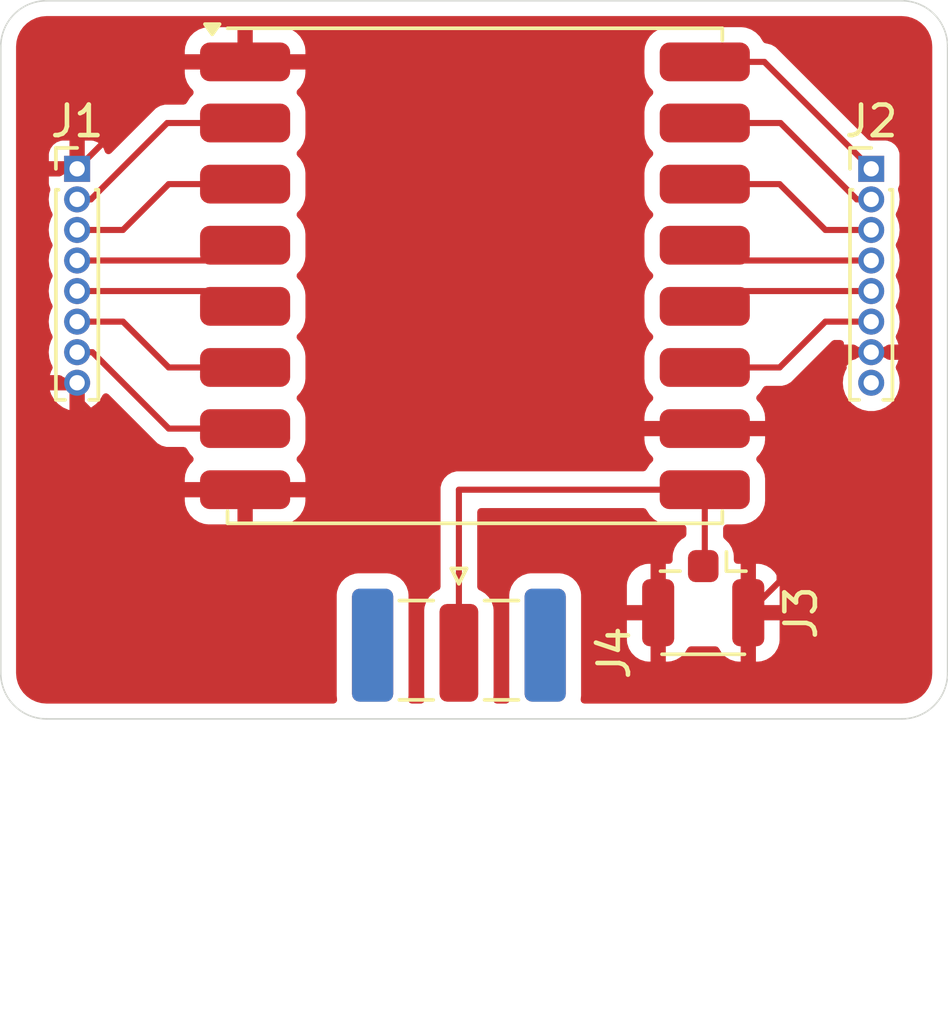
<source format=kicad_pcb>
(kicad_pcb (version 20240108) (generator "pcbnew") (generator_version "8.0")
  (layers (0 "F.Cu" signal) (31 "B.Cu" signal) (34 "B.Paste" user) (35 "F.Paste" user) (36 "B.SilkS" user "B.Silkscreen") (37 "F.SilkS" user "F.Silkscreen") (38 "B.Mask" user) (39 "F.Mask" user) (44 "Edge.Cuts" user))
  (net 0 "")
  (net 1 "GND")
  (net 2 "/NSS")
  (net 3 "/RESET")
  (net 4 "/MOSI")
  (net 5 "/MISO")
  (net 6 "/DIO5")
  (net 7 "/SCK")
  (net 8 "/DIO2")
  (net 9 "/DIO1")
  (net 10 "/ANT")
  (net 11 "/3.3V")
  (net 12 "/DIO0")
  (net 13 "/DIO3")
  (net 14 "/DIO4")
  (net 15 "/SIG")
  (footprint "Connector_Coaxial:SMA_Samtec_SMA-J-P-H-ST-EM1_EdgeMount" (layer "F.Cu") (at 99.5 102.3375 -90)
    (property "Reference" "J4" (at 0 -5.08 90) (layer "F.SilkS"))
    (property "Value" "SMA-J-P-H-ST-EM1" (hide yes))
    (fp_line (start -1.71 1.95) (end -1.71 0.84) (stroke (width 0.12)) (layer "F.SilkS"))
    (fp_line (start 1.54 1.95) (end 1.54 0.84) (stroke (width 0.12)) (layer "F.SilkS"))
    (fp_line (start -2.76 0.25) (end -2.26 0) (stroke (width 0.12)) (layer "F.SilkS"))
    (fp_line (start -2.26 0) (end -2.76 -0.25) (stroke (width 0.12)) (layer "F.SilkS"))
    (fp_line (start -2.76 -0.25) (end -2.76 0.25) (stroke (width 0.12)) (layer "F.SilkS"))
    (fp_line (start -1.71 -0.84) (end -1.71 -1.95) (stroke (width 0.12)) (layer "F.SilkS"))
    (fp_line (start 1.54 -0.84) (end 1.54 -1.95) (stroke (width 0.12)) (layer "F.SilkS"))
    (pad "1" smd roundrect (at 0 0) (size 1.27 3.2) (layers "F.Cu" "F.Mask") (roundrect_rratio 0.1968503937) (net 15 "/SIG"))
    (pad "2" smd roundrect (at -0.25 -2.825) (size 1.35 3.7) (layers "F.Cu" "F.Mask") (roundrect_rratio 0.1851851852))
    (pad "2" smd roundrect (at -0.25 -2.825) (size 1.35 3.7) (layers "B.Cu" "B.Mask") (roundrect_rratio 0.1851851852))
    (pad "2" smd roundrect (at -0.25 2.825) (size 1.35 3.7) (layers "F.Cu" "F.Mask") (roundrect_rratio 0.1851851852))
    (pad "2" smd roundrect (at -0.25 2.825) (size 1.35 3.7) (layers "B.Cu" "B.Mask") (roundrect_rratio 0.1851851852))
  )
  (footprint "RF_Module:HOPERF_RFM9XW_SMD" (layer "F.Cu") (at 100.025 90)
    (property "Reference" "U1" (hide yes))
    (property "Value" "RFM95W-915S2")
    (fp_line (start -8.1 -8.1) (end 8.1 -8.1) (stroke (width 0.12)) (layer "F.SilkS"))
    (fp_line (start -8.1 7.7) (end -8.1 8.1) (stroke (width 0.12)) (layer "F.SilkS"))
    (fp_line (start -8.1 8.1) (end 8.1 8.1) (stroke (width 0.12)) (layer "F.SilkS"))
    (fp_line (start 8.1 -8.1) (end 8.1 -7.7) (stroke (width 0.12)) (layer "F.SilkS"))
    (fp_line (start 8.1 8.1) (end 8.1 7.7) (stroke (width 0.12)) (layer "F.SilkS"))
    (fp_poly (pts (xy -8.6 -7.9) (xy -8.84 -8.236) (xy -8.36 -8.236) (xy -8.6 -7.9)) (stroke (width 0.12)) (fill solid) (layer "F.SilkS"))
    (pad "1" smd roundrect (at -7.525 -7) (size 2.95 1.27) (layers "F.Cu" "F.Paste" "F.Mask") (net 1 "GND"))
    (pad "2" smd roundrect (at -7.525 -5) (size 2.95 1.27) (layers "F.Cu" "F.Paste" "F.Mask") (net 5 "/MISO"))
    (pad "3" smd roundrect (at -7.525 -3) (size 2.95 1.27) (layers "F.Cu" "F.Paste" "F.Mask") (net 4 "/MOSI"))
    (pad "4" smd roundrect (at -7.525 -1) (size 2.95 1.27) (layers "F.Cu" "F.Paste" "F.Mask") (net 7 "/SCK"))
    (pad "5" smd roundrect (at -7.525 1) (size 2.95 1.27) (layers "F.Cu" "F.Paste" "F.Mask") (net 2 "/NSS"))
    (pad "6" smd roundrect (at -7.525 3) (size 2.95 1.27) (layers "F.Cu" "F.Paste" "F.Mask") (net 3 "/RESET"))
    (pad "7" smd roundrect (at -7.525 5) (size 2.95 1.27) (layers "F.Cu" "F.Paste" "F.Mask") (net 6 "/DIO5"))
    (pad "8" smd roundrect (at -7.525 7) (size 2.95 1.27) (layers "F.Cu" "F.Paste" "F.Mask") (net 1 "GND"))
    (pad "9" smd roundrect (at 7.525 7) (size 2.95 1.27) (layers "F.Cu" "F.Paste" "F.Mask") (net 15 "/SIG"))
    (pad "10" smd roundrect (at 7.525 5) (size 2.95 1.27) (layers "F.Cu" "F.Paste" "F.Mask") (net 1 "GND"))
    (pad "11" smd roundrect (at 7.525 3) (size 2.95 1.27) (layers "F.Cu" "F.Paste" "F.Mask") (net 13 "/DIO3"))
    (pad "12" smd roundrect (at 7.525 1) (size 2.95 1.27) (layers "F.Cu" "F.Paste" "F.Mask") (net 14 "/DIO4"))
    (pad "13" smd roundrect (at 7.525 -1) (size 2.95 1.27) (layers "F.Cu" "F.Paste" "F.Mask") (net 11 "/3.3V"))
    (pad "14" smd roundrect (at 7.525 -3) (size 2.95 1.27) (layers "F.Cu" "F.Paste" "F.Mask") (net 12 "/DIO0"))
    (pad "15" smd roundrect (at 7.525 -5) (size 2.95 1.27) (layers "F.Cu" "F.Paste" "F.Mask") (net 9 "/DIO1"))
    (pad "16" smd roundrect (at 7.525 -7) (size 2.95 1.27) (layers "F.Cu" "F.Paste" "F.Mask") (net 8 "/DIO2"))
  )
  (footprint "Connector_PinHeader_1.00mm:PinHeader_1x08_P1.00mm_Vertical" (layer "F.Cu") (at 113 86.5)
    (property "Reference" "J2" (at 0 -1.56 0) (layer "F.SilkS"))
    (property "Value" "Conn_01x08_Pin" (hide yes))
    (fp_line (start -0.695 -0.685) (end 0 -0.685) (stroke (width 0.12)) (layer "F.SilkS"))
    (fp_line (start -0.695 0) (end -0.695 -0.685) (stroke (width 0.12)) (layer "F.SilkS"))
    (fp_line (start -0.695 0.685) (end -0.695 7.56) (stroke (width 0.12)) (layer "F.SilkS"))
    (fp_line (start -0.695 0.685) (end -0.608276 0.685) (stroke (width 0.12)) (layer "F.SilkS"))
    (fp_line (start -0.695 7.56) (end -0.394493 7.56) (stroke (width 0.12)) (layer "F.SilkS"))
    (fp_line (start 0.394493 7.56) (end 0.695 7.56) (stroke (width 0.12)) (layer "F.SilkS"))
    (fp_line (start 0.608276 0.685) (end 0.695 0.685) (stroke (width 0.12)) (layer "F.SilkS"))
    (fp_line (start 0.695 0.685) (end 0.695 7.56) (stroke (width 0.12)) (layer "F.SilkS"))
    (pad "1" thru_hole rect (at 0 0) (size 0.85 0.85) (drill 0.5) (layers "*.Cu" "*.Mask") (net 8 "/DIO2"))
    (pad "2" thru_hole oval (at 0 1) (size 0.85 0.85) (drill 0.5) (layers "*.Cu" "*.Mask") (net 9 "/DIO1"))
    (pad "3" thru_hole oval (at 0 2) (size 0.85 0.85) (drill 0.5) (layers "*.Cu" "*.Mask") (net 12 "/DIO0"))
    (pad "4" thru_hole oval (at 0 3) (size 0.85 0.85) (drill 0.5) (layers "*.Cu" "*.Mask") (net 11 "/3.3V"))
    (pad "5" thru_hole oval (at 0 4) (size 0.85 0.85) (drill 0.5) (layers "*.Cu" "*.Mask") (net 14 "/DIO4"))
    (pad "6" thru_hole oval (at 0 5) (size 0.85 0.85) (drill 0.5) (layers "*.Cu" "*.Mask") (net 13 "/DIO3"))
    (pad "7" thru_hole oval (at 0 6) (size 0.85 0.85) (drill 0.5) (layers "*.Cu" "*.Mask") (net 1 "GND"))
    (pad "8" thru_hole oval (at 0 7) (size 0.85 0.85) (drill 0.5) (layers "*.Cu" "*.Mask") (net 10 "/ANT"))
  )
  (footprint "Connector_Coaxial:U.FL_Hirose_U.FL-R-SMT-1_Vertical" (layer "F.Cu") (at 107.5 100.55 -90)
    (property "Reference" "J3" (at 0.475 -3.2 90) (layer "F.SilkS"))
    (property "Value" "U.FL-R-SMT_01_" (hide yes))
    (fp_line (start -0.885 1.4) (end -0.885 0.76) (stroke (width 0.12)) (layer "F.SilkS"))
    (fp_line (start -0.885 -0.76) (end -1.515 -0.76) (stroke (width 0.12)) (layer "F.SilkS"))
    (fp_line (start 1.835 -1.35) (end 1.835 1.35) (stroke (width 0.12)) (layer "F.SilkS"))
    (fp_line (start -0.885 -1.4) (end -0.885 -0.76) (stroke (width 0.12)) (layer "F.SilkS"))
    (pad "1" smd roundrect (at -1.05 0 270) (size 1.05 1) (layers "F.Cu" "F.Paste" "F.Mask") (net 15 "/SIG"))
    (pad "2" smd roundrect (at 0.475 -1.475 270) (size 2.2 1.05) (layers "F.Cu" "F.Paste" "F.Mask") (roundrect_rratio 0.2380952381) (net 1 "GND"))
    (pad "2" smd roundrect (at 0.475 1.475 270) (size 2.2 1.05) (layers "F.Cu" "F.Paste" "F.Mask") (roundrect_rratio 0.2380952381) (net 1 "GND"))
    (zone (net 0) (net_name "") (layers "*.Cu") (connect_pads (clearance 0)) (min_thickness 0.25)
      (keepout (tracks not_allowed) (vias not_allowed) (pads not_allowed) (copperpour not_allowed) (footprints allowed))
      (fill (thermal_gap 0.5) (thermal_bridge_width 0.5))
      (polygon (pts (xy 108.45 102.125) (xy 108.45 100.035) (xy 106.55 100.035) (xy 106.55 102.125)))
    )
  )
  (footprint "Connector_PinHeader_1.00mm:PinHeader_1x08_P1.00mm_Vertical" (layer "F.Cu") (at 87 86.5)
    (property "Reference" "J1" (at 0 -1.56 0) (layer "F.SilkS"))
    (property "Value" "Conn_01x08_Pin" (hide yes))
    (fp_line (start -0.695 -0.685) (end 0 -0.685) (stroke (width 0.12)) (layer "F.SilkS"))
    (fp_line (start -0.695 0) (end -0.695 -0.685) (stroke (width 0.12)) (layer "F.SilkS"))
    (fp_line (start -0.695 0.685) (end -0.695 7.56) (stroke (width 0.12)) (layer "F.SilkS"))
    (fp_line (start -0.695 0.685) (end -0.608276 0.685) (stroke (width 0.12)) (layer "F.SilkS"))
    (fp_line (start -0.695 7.56) (end -0.394493 7.56) (stroke (width 0.12)) (layer "F.SilkS"))
    (fp_line (start 0.394493 7.56) (end 0.695 7.56) (stroke (width 0.12)) (layer "F.SilkS"))
    (fp_line (start 0.608276 0.685) (end 0.695 0.685) (stroke (width 0.12)) (layer "F.SilkS"))
    (fp_line (start 0.695 0.685) (end 0.695 7.56) (stroke (width 0.12)) (layer "F.SilkS"))
    (pad "1" thru_hole rect (at 0 0) (size 0.85 0.85) (drill 0.5) (layers "*.Cu" "*.Mask") (net 1 "GND"))
    (pad "2" thru_hole oval (at 0 1) (size 0.85 0.85) (drill 0.5) (layers "*.Cu" "*.Mask") (net 5 "/MISO"))
    (pad "3" thru_hole oval (at 0 2) (size 0.85 0.85) (drill 0.5) (layers "*.Cu" "*.Mask") (net 4 "/MOSI"))
    (pad "4" thru_hole oval (at 0 3) (size 0.85 0.85) (drill 0.5) (layers "*.Cu" "*.Mask") (net 7 "/SCK"))
    (pad "5" thru_hole oval (at 0 4) (size 0.85 0.85) (drill 0.5) (layers "*.Cu" "*.Mask") (net 2 "/NSS"))
    (pad "6" thru_hole oval (at 0 5) (size 0.85 0.85) (drill 0.5) (layers "*.Cu" "*.Mask") (net 3 "/RESET"))
    (pad "7" thru_hole oval (at 0 6) (size 0.85 0.85) (drill 0.5) (layers "*.Cu" "*.Mask") (net 6 "/DIO5"))
    (pad "8" thru_hole oval (at 0 7) (size 0.85 0.85) (drill 0.5) (layers "*.Cu" "*.Mask") (net 1 "GND"))
  )
  (gr_arc (start 86 104.5) (mid 84.93934 104.06066) (end 84.5 103) (stroke (width 0.05)) (layer "Edge.Cuts"))
  (gr_line (start 86 104.5) (end 114 104.5) (stroke (width 0.05)) (layer "Edge.Cuts"))
  (gr_line (start 115.5 103) (end 115.5 82.5) (stroke (width 0.05)) (layer "Edge.Cuts"))
  (gr_arc (start 114 81) (mid 115.06066 81.43934) (end 115.5 82.5) (stroke (width 0.05)) (layer "Edge.Cuts"))
  (gr_arc (start 115.5 103) (mid 115.06066 104.06066) (end 114 104.5) (stroke (width 0.05)) (layer "Edge.Cuts"))
  (gr_line (start 84.5 82.5) (end 84.5 103) (stroke (width 0.05)) (layer "Edge.Cuts"))
  (gr_arc (start 84.5 82.5) (mid 84.93934 81.43934) (end 86 81) (stroke (width 0.05)) (layer "Edge.Cuts"))
  (gr_line (start 114 81) (end 86 81) (stroke (width 0.05)) (layer "Edge.Cuts"))
  (segment (start 112.5 92.5) (end 113 92.5) (width 0.2) (layer "F.Cu") (net 1))
  (segment (start 90.5 83) (end 87 86.5) (width 0.2) (layer "F.Cu") (net 1))
  (segment (start 92.5 83) (end 90.5 83) (width 0.2) (layer "F.Cu") (net 1))
  (segment (start 107.55 95) (end 110 95) (width 0.2) (layer "F.Cu") (net 1))
  (segment (start 90 97) (end 87 94) (width 0.2) (layer "F.Cu") (net 1))
  (segment (start 110 95) (end 112.5 92.5) (width 0.2) (layer "F.Cu") (net 1))
  (segment (start 92.5 97) (end 90 97) (width 0.2) (layer "F.Cu") (net 1))
  (segment (start 87 94) (end 87 93.5) (width 0.2) (layer "F.Cu") (net 1))
  (segment (start 110 100) (end 108.975 101.025) (width 0.2) (layer "F.Cu") (net 1))
  (segment (start 110 95) (end 110 100) (width 0.2) (layer "F.Cu") (net 1))
  (segment (start 92 90.5) (end 87 90.5) (width 0.2) (layer "F.Cu") (net 2))
  (segment (start 92.5 91) (end 92 90.5) (width 0.2) (layer "F.Cu") (net 2))
  (segment (start 88.5 91.5) (end 87 91.5) (width 0.2) (layer "F.Cu") (net 3))
  (segment (start 92.5 93) (end 90 93) (width 0.2) (layer "F.Cu") (net 3))
  (segment (start 90 93) (end 88.5 91.5) (width 0.2) (layer "F.Cu") (net 3))
  (segment (start 88.5 88.5) (end 87 88.5) (width 0.2) (layer "F.Cu") (net 4))
  (segment (start 90 87) (end 88.5 88.5) (width 0.2) (layer "F.Cu") (net 4))
  (segment (start 92.5 87) (end 90 87) (width 0.2) (layer "F.Cu") (net 4))
  (segment (start 92.5 85) (end 89.95 85) (width 0.2) (layer "F.Cu") (net 5))
  (segment (start 89.95 85) (end 87.45 87.5) (width 0.2) (layer "F.Cu") (net 5))
  (segment (start 87.45 87.5) (end 87 87.5) (width 0.2) (layer "F.Cu") (net 5))
  (segment (start 90 95) (end 87.5 92.5) (width 0.2) (layer "F.Cu") (net 6))
  (segment (start 87.5 92.5) (end 87 92.5) (width 0.2) (layer "F.Cu") (net 6))
  (segment (start 92.5 95) (end 90 95) (width 0.2) (layer "F.Cu") (net 6))
  (segment (start 92 89.5) (end 87 89.5) (width 0.2) (layer "F.Cu") (net 7))
  (segment (start 92.5 89) (end 92 89.5) (width 0.2) (layer "F.Cu") (net 7))
  (segment (start 109.5 83) (end 113 86.5) (width 0.2) (layer "F.Cu") (net 8))
  (segment (start 107.55 83) (end 109.5 83) (width 0.2) (layer "F.Cu") (net 8))
  (segment (start 110.028278 85) (end 112.528278 87.5) (width 0.2) (layer "F.Cu") (net 9))
  (segment (start 107.55 85) (end 110.028278 85) (width 0.2) (layer "F.Cu") (net 9))
  (segment (start 112.528278 87.5) (end 113 87.5) (width 0.2) (layer "F.Cu") (net 9))
  (segment (start 107.55 89) (end 108.05 89.5) (width 0.2) (layer "F.Cu") (net 11))
  (segment (start 108.05 89.5) (end 113 89.5) (width 0.2) (layer "F.Cu") (net 11))
  (segment (start 111.5 88.5) (end 113 88.5) (width 0.2) (layer "F.Cu") (net 12))
  (segment (start 107.55 87) (end 110 87) (width 0.2) (layer "F.Cu") (net 12))
  (segment (start 110 87) (end 111.5 88.5) (width 0.2) (layer "F.Cu") (net 12))
  (segment (start 111.5 91.5) (end 113 91.5) (width 0.2) (layer "F.Cu") (net 13))
  (segment (start 110 93) (end 111.5 91.5) (width 0.2) (layer "F.Cu") (net 13))
  (segment (start 107.55 93) (end 110 93) (width 0.2) (layer "F.Cu") (net 13))
  (segment (start 107.55 91) (end 108.05 90.5) (width 0.2) (layer "F.Cu") (net 14))
  (segment (start 108.05 90.5) (end 113 90.5) (width 0.2) (layer "F.Cu") (net 14))
  (segment (start 99.5 97) (end 99.5 102.3375) (width 0.2) (layer "F.Cu") (net 15))
  (segment (start 107.55 97) (end 107.55 99.45) (width 0.2) (layer "F.Cu") (net 15))
  (segment (start 107.55 97) (end 99.5 97) (width 0.2) (layer "F.Cu") (net 15))
  (segment (start 107.55 99.45) (end 107.5 99.5) (width 0.2) (layer "F.Cu") (net 15))
  (zone (net 1) (net_name "GND") (layer "F.Cu") (connect_pads (clearance 0.5)) (min_thickness 0.25) (fill yes (thermal_gap 0.5) (thermal_bridge_width 0.5))
    (polygon (pts (xy 84.5 81) (xy 115.5 81) (xy 115.5 104.5) (xy 84.5 104.5)))
  )
)
</source>
